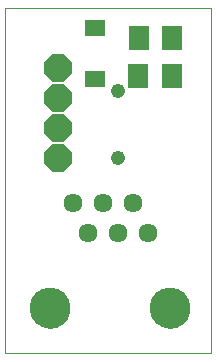
<source format=gbs>
G75*
G70*
%OFA0B0*%
%FSLAX24Y24*%
%IPPOS*%
%LPD*%
%AMOC8*
5,1,8,0,0,1.08239X$1,22.5*
%
%ADD10C,0.0000*%
%ADD11C,0.0634*%
%ADD12C,0.1360*%
%ADD13OC8,0.0930*%
%ADD14R,0.0710X0.0790*%
%ADD15R,0.0710X0.0789*%
%ADD16R,0.0659X0.0580*%
%ADD17C,0.0476*%
D10*
X000100Y001704D02*
X000100Y013200D01*
X006970Y013200D01*
X006970Y001704D01*
X000100Y001704D01*
X000960Y003204D02*
X000962Y003254D01*
X000968Y003304D01*
X000978Y003353D01*
X000991Y003402D01*
X001009Y003449D01*
X001030Y003495D01*
X001054Y003538D01*
X001082Y003580D01*
X001113Y003620D01*
X001147Y003657D01*
X001184Y003691D01*
X001224Y003722D01*
X001266Y003750D01*
X001309Y003774D01*
X001355Y003795D01*
X001402Y003813D01*
X001451Y003826D01*
X001500Y003836D01*
X001550Y003842D01*
X001600Y003844D01*
X001650Y003842D01*
X001700Y003836D01*
X001749Y003826D01*
X001798Y003813D01*
X001845Y003795D01*
X001891Y003774D01*
X001934Y003750D01*
X001976Y003722D01*
X002016Y003691D01*
X002053Y003657D01*
X002087Y003620D01*
X002118Y003580D01*
X002146Y003538D01*
X002170Y003495D01*
X002191Y003449D01*
X002209Y003402D01*
X002222Y003353D01*
X002232Y003304D01*
X002238Y003254D01*
X002240Y003204D01*
X002238Y003154D01*
X002232Y003104D01*
X002222Y003055D01*
X002209Y003006D01*
X002191Y002959D01*
X002170Y002913D01*
X002146Y002870D01*
X002118Y002828D01*
X002087Y002788D01*
X002053Y002751D01*
X002016Y002717D01*
X001976Y002686D01*
X001934Y002658D01*
X001891Y002634D01*
X001845Y002613D01*
X001798Y002595D01*
X001749Y002582D01*
X001700Y002572D01*
X001650Y002566D01*
X001600Y002564D01*
X001550Y002566D01*
X001500Y002572D01*
X001451Y002582D01*
X001402Y002595D01*
X001355Y002613D01*
X001309Y002634D01*
X001266Y002658D01*
X001224Y002686D01*
X001184Y002717D01*
X001147Y002751D01*
X001113Y002788D01*
X001082Y002828D01*
X001054Y002870D01*
X001030Y002913D01*
X001009Y002959D01*
X000991Y003006D01*
X000978Y003055D01*
X000968Y003104D01*
X000962Y003154D01*
X000960Y003204D01*
X004960Y003204D02*
X004962Y003254D01*
X004968Y003304D01*
X004978Y003353D01*
X004991Y003402D01*
X005009Y003449D01*
X005030Y003495D01*
X005054Y003538D01*
X005082Y003580D01*
X005113Y003620D01*
X005147Y003657D01*
X005184Y003691D01*
X005224Y003722D01*
X005266Y003750D01*
X005309Y003774D01*
X005355Y003795D01*
X005402Y003813D01*
X005451Y003826D01*
X005500Y003836D01*
X005550Y003842D01*
X005600Y003844D01*
X005650Y003842D01*
X005700Y003836D01*
X005749Y003826D01*
X005798Y003813D01*
X005845Y003795D01*
X005891Y003774D01*
X005934Y003750D01*
X005976Y003722D01*
X006016Y003691D01*
X006053Y003657D01*
X006087Y003620D01*
X006118Y003580D01*
X006146Y003538D01*
X006170Y003495D01*
X006191Y003449D01*
X006209Y003402D01*
X006222Y003353D01*
X006232Y003304D01*
X006238Y003254D01*
X006240Y003204D01*
X006238Y003154D01*
X006232Y003104D01*
X006222Y003055D01*
X006209Y003006D01*
X006191Y002959D01*
X006170Y002913D01*
X006146Y002870D01*
X006118Y002828D01*
X006087Y002788D01*
X006053Y002751D01*
X006016Y002717D01*
X005976Y002686D01*
X005934Y002658D01*
X005891Y002634D01*
X005845Y002613D01*
X005798Y002595D01*
X005749Y002582D01*
X005700Y002572D01*
X005650Y002566D01*
X005600Y002564D01*
X005550Y002566D01*
X005500Y002572D01*
X005451Y002582D01*
X005402Y002595D01*
X005355Y002613D01*
X005309Y002634D01*
X005266Y002658D01*
X005224Y002686D01*
X005184Y002717D01*
X005147Y002751D01*
X005113Y002788D01*
X005082Y002828D01*
X005054Y002870D01*
X005030Y002913D01*
X005009Y002959D01*
X004991Y003006D01*
X004978Y003055D01*
X004968Y003104D01*
X004962Y003154D01*
X004960Y003204D01*
D11*
X004850Y005704D03*
X004350Y006704D03*
X003850Y005704D03*
X003350Y006704D03*
X002850Y005704D03*
X002350Y006704D03*
D12*
X001600Y003204D03*
X005600Y003204D03*
D13*
X001850Y008204D03*
X001850Y009204D03*
X001850Y010204D03*
X001850Y011204D03*
D14*
X004540Y010954D03*
X005660Y010954D03*
D15*
X005651Y012204D03*
X004549Y012204D03*
D16*
X003100Y012550D03*
X003100Y010857D03*
D17*
X003850Y010454D03*
X003850Y008204D03*
M02*

</source>
